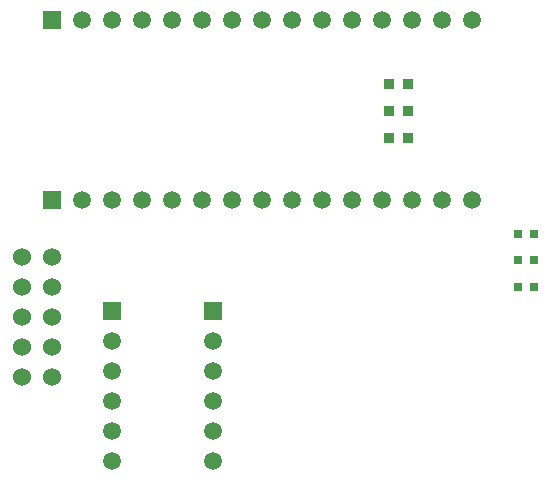
<source format=gbr>
%TF.GenerationSoftware,Altium Limited,Altium Designer,20.2.5 (213)*%
G04 Layer_Color=255*
%FSLAX25Y25*%
%MOIN*%
%TF.SameCoordinates,03ADE540-DEBB-48E1-BD2F-024036EB756D*%
%TF.FilePolarity,Positive*%
%TF.FileFunction,Pads,Top*%
%TF.Part,Single*%
G01*
G75*
%TA.AperFunction,SMDPad,CuDef*%
%ADD10R,0.03150X0.02756*%
%ADD11R,0.03347X0.03543*%
%TA.AperFunction,ComponentPad*%
%ADD16R,0.05906X0.05906*%
%ADD17C,0.05906*%
%ADD18R,0.05906X0.05906*%
%ADD19C,0.06000*%
D10*
X186059Y102000D02*
D03*
X180941D02*
D03*
X186059Y93250D02*
D03*
X180941D02*
D03*
X186059Y84500D02*
D03*
X180941D02*
D03*
D11*
X144051Y152000D02*
D03*
X137949D02*
D03*
X144051Y143000D02*
D03*
X137949D02*
D03*
X144051Y134000D02*
D03*
X137949D02*
D03*
D16*
X25500Y113500D02*
D03*
Y173500D02*
D03*
D17*
X35500Y113500D02*
D03*
X45500D02*
D03*
X55500D02*
D03*
X65500D02*
D03*
X75500D02*
D03*
X85500D02*
D03*
X95500D02*
D03*
X105500D02*
D03*
X115500D02*
D03*
X125500D02*
D03*
X135500D02*
D03*
X145500D02*
D03*
X155500D02*
D03*
X165500D02*
D03*
Y173500D02*
D03*
X155500D02*
D03*
X145500D02*
D03*
X135500D02*
D03*
X125500D02*
D03*
X115500D02*
D03*
X105500D02*
D03*
X95500D02*
D03*
X85500D02*
D03*
X75500D02*
D03*
X65500D02*
D03*
X55500D02*
D03*
X45500D02*
D03*
X35500D02*
D03*
X45500Y66500D02*
D03*
Y56500D02*
D03*
Y46500D02*
D03*
Y36500D02*
D03*
Y26500D02*
D03*
X79000Y66500D02*
D03*
Y56500D02*
D03*
Y46500D02*
D03*
Y36500D02*
D03*
Y26500D02*
D03*
D18*
X45500Y76500D02*
D03*
X79000D02*
D03*
D19*
X25500Y54500D02*
D03*
X15500Y54500D02*
D03*
Y64500D02*
D03*
X25500D02*
D03*
Y74500D02*
D03*
X15500D02*
D03*
Y84500D02*
D03*
X25500D02*
D03*
Y94500D02*
D03*
X15500D02*
D03*
%TF.MD5,6a938c913b57e2c35b3045b99d048d89*%
M02*

</source>
